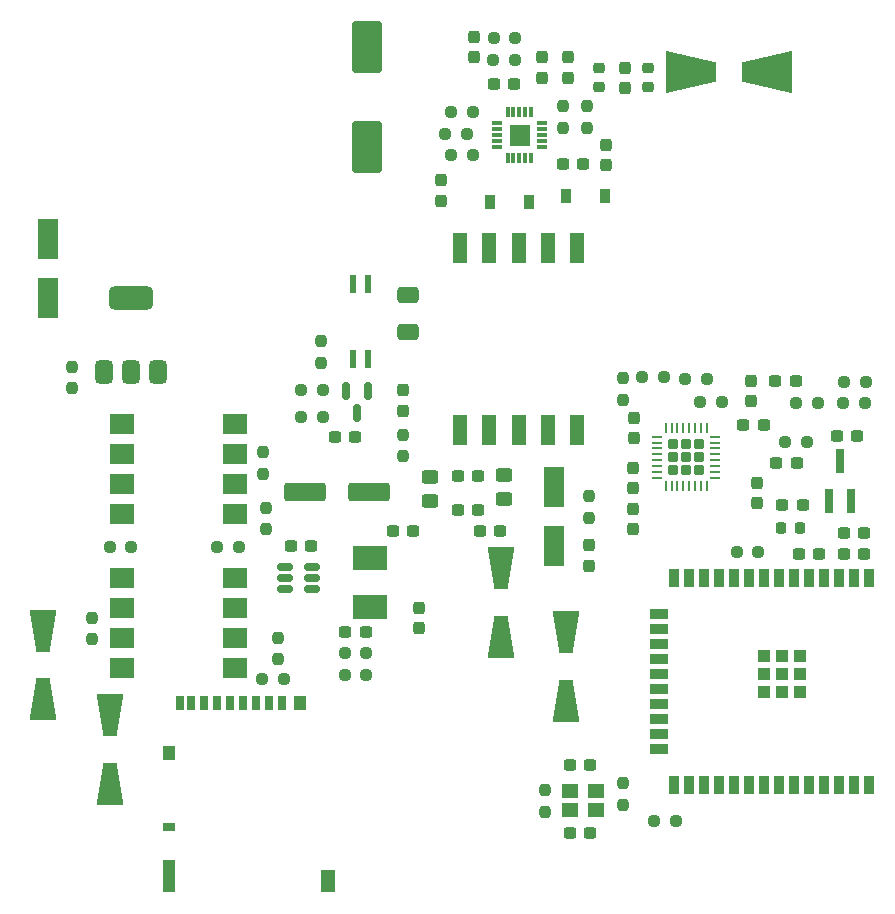
<source format=gbr>
%TF.GenerationSoftware,KiCad,Pcbnew,9.0.2*%
%TF.CreationDate,2025-06-24T15:52:54+02:00*%
%TF.ProjectId,Zamkonator,5a616d6b-6f6e-4617-946f-722e6b696361,rev?*%
%TF.SameCoordinates,Original*%
%TF.FileFunction,Paste,Top*%
%TF.FilePolarity,Positive*%
%FSLAX46Y46*%
G04 Gerber Fmt 4.6, Leading zero omitted, Abs format (unit mm)*
G04 Created by KiCad (PCBNEW 9.0.2) date 2025-06-24 15:52:54*
%MOMM*%
%LPD*%
G01*
G04 APERTURE LIST*
G04 Aperture macros list*
%AMRoundRect*
0 Rectangle with rounded corners*
0 $1 Rounding radius*
0 $2 $3 $4 $5 $6 $7 $8 $9 X,Y pos of 4 corners*
0 Add a 4 corners polygon primitive as box body*
4,1,4,$2,$3,$4,$5,$6,$7,$8,$9,$2,$3,0*
0 Add four circle primitives for the rounded corners*
1,1,$1+$1,$2,$3*
1,1,$1+$1,$4,$5*
1,1,$1+$1,$6,$7*
1,1,$1+$1,$8,$9*
0 Add four rect primitives between the rounded corners*
20,1,$1+$1,$2,$3,$4,$5,0*
20,1,$1+$1,$4,$5,$6,$7,0*
20,1,$1+$1,$6,$7,$8,$9,0*
20,1,$1+$1,$8,$9,$2,$3,0*%
%AMOutline4P*
0 Free polygon, 4 corners , with rotation*
0 The origin of the aperture is its center*
0 number of corners: always 4*
0 $1 to $8 corner X, Y*
0 $9 Rotation angle, in degrees counterclockwise*
0 create outline with 4 corners*
4,1,4,$1,$2,$3,$4,$5,$6,$7,$8,$1,$2,$9*%
G04 Aperture macros list end*
%ADD10C,0.010000*%
%ADD11Outline4P,-1.800000X-1.150000X1.800000X-0.550000X1.800000X0.550000X-1.800000X1.150000X270.000000*%
%ADD12Outline4P,-1.800000X-1.150000X1.800000X-0.550000X1.800000X0.550000X-1.800000X1.150000X90.000000*%
%ADD13RoundRect,0.237500X-0.250000X-0.237500X0.250000X-0.237500X0.250000X0.237500X-0.250000X0.237500X0*%
%ADD14RoundRect,0.237500X0.250000X0.237500X-0.250000X0.237500X-0.250000X-0.237500X0.250000X-0.237500X0*%
%ADD15RoundRect,0.237500X-0.300000X-0.237500X0.300000X-0.237500X0.300000X0.237500X-0.300000X0.237500X0*%
%ADD16RoundRect,0.218750X0.256250X-0.218750X0.256250X0.218750X-0.256250X0.218750X-0.256250X-0.218750X0*%
%ADD17RoundRect,0.237500X-0.237500X0.300000X-0.237500X-0.300000X0.237500X-0.300000X0.237500X0.300000X0*%
%ADD18R,1.800000X3.500000*%
%ADD19RoundRect,0.237500X0.300000X0.237500X-0.300000X0.237500X-0.300000X-0.237500X0.300000X-0.237500X0*%
%ADD20RoundRect,0.250000X1.000000X-1.950000X1.000000X1.950000X-1.000000X1.950000X-1.000000X-1.950000X0*%
%ADD21RoundRect,0.237500X0.237500X-0.250000X0.237500X0.250000X-0.237500X0.250000X-0.237500X-0.250000X0*%
%ADD22RoundRect,0.218750X0.218750X0.256250X-0.218750X0.256250X-0.218750X-0.256250X0.218750X-0.256250X0*%
%ADD23RoundRect,0.250000X-0.450000X0.325000X-0.450000X-0.325000X0.450000X-0.325000X0.450000X0.325000X0*%
%ADD24RoundRect,0.237500X-0.237500X0.250000X-0.237500X-0.250000X0.237500X-0.250000X0.237500X0.250000X0*%
%ADD25R,0.650000X2.000000*%
%ADD26R,0.900000X1.200000*%
%ADD27RoundRect,0.375000X0.375000X-0.625000X0.375000X0.625000X-0.375000X0.625000X-0.375000X-0.625000X0*%
%ADD28RoundRect,0.500000X1.400000X-0.500000X1.400000X0.500000X-1.400000X0.500000X-1.400000X-0.500000X0*%
%ADD29Outline4P,-2.150000X-1.800000X2.150000X-0.800000X2.150000X0.800000X-2.150000X1.800000X180.000000*%
%ADD30Outline4P,-2.150000X-1.800000X2.150000X-0.800000X2.150000X0.800000X-2.150000X1.800000X0.000000*%
%ADD31R,1.400000X1.150000*%
%ADD32RoundRect,0.222500X-0.222500X0.222500X-0.222500X-0.222500X0.222500X-0.222500X0.222500X0.222500X0*%
%ADD33RoundRect,0.062500X-0.062500X0.375000X-0.062500X-0.375000X0.062500X-0.375000X0.062500X0.375000X0*%
%ADD34RoundRect,0.062500X-0.375000X0.062500X-0.375000X-0.062500X0.375000X-0.062500X0.375000X0.062500X0*%
%ADD35R,2.000000X1.780000*%
%ADD36R,0.700000X1.200000*%
%ADD37R,1.000000X0.800000*%
%ADD38R,1.000000X1.200000*%
%ADD39R,1.000000X2.800000*%
%ADD40R,1.300000X1.900000*%
%ADD41RoundRect,0.237500X0.237500X-0.300000X0.237500X0.300000X-0.237500X0.300000X-0.237500X-0.300000X0*%
%ADD42RoundRect,0.007800X-0.122200X0.412200X-0.122200X-0.412200X0.122200X-0.412200X0.122200X0.412200X0*%
%ADD43RoundRect,0.007800X-0.412200X-0.122200X0.412200X-0.122200X0.412200X0.122200X-0.412200X0.122200X0*%
%ADD44RoundRect,0.250000X-1.500000X-0.550000X1.500000X-0.550000X1.500000X0.550000X-1.500000X0.550000X0*%
%ADD45RoundRect,0.250000X-0.650000X0.412500X-0.650000X-0.412500X0.650000X-0.412500X0.650000X0.412500X0*%
%ADD46R,0.600000X1.500000*%
%ADD47R,0.900000X1.500000*%
%ADD48R,1.500000X0.900000*%
%ADD49R,1.050000X1.050000*%
%ADD50RoundRect,0.150000X-0.512500X-0.150000X0.512500X-0.150000X0.512500X0.150000X-0.512500X0.150000X0*%
%ADD51R,1.270000X2.540000*%
%ADD52RoundRect,0.150000X-0.150000X0.587500X-0.150000X-0.587500X0.150000X-0.587500X0.150000X0.587500X0*%
%ADD53R,2.844800X2.057400*%
G04 APERTURE END LIST*
D10*
%TO.C,U2*%
X44690000Y-11526165D02*
X43050000Y-11526165D01*
X43050000Y-9886165D01*
X44690000Y-9886165D01*
X44690000Y-11526165D01*
G36*
X44690000Y-11526165D02*
G01*
X43050000Y-11526165D01*
X43050000Y-9886165D01*
X44690000Y-9886165D01*
X44690000Y-11526165D01*
G37*
%TD*%
D11*
%TO.C,D7*%
X47800000Y-52800000D03*
D12*
X47800000Y-58600000D03*
%TD*%
D13*
%TO.C,R12*%
X37587500Y-10650000D03*
X39412500Y-10650000D03*
%TD*%
D12*
%TO.C,D6*%
X42300000Y-53200000D03*
D11*
X42300000Y-47400000D03*
%TD*%
D14*
%TO.C,R15*%
X43512500Y-2500000D03*
X41687500Y-2500000D03*
%TD*%
D15*
%TO.C,C32*%
X71337500Y-44400000D03*
X73062500Y-44400000D03*
%TD*%
D16*
%TO.C,L3*%
X54800000Y-6655000D03*
X54800000Y-5080000D03*
%TD*%
D13*
%TO.C,R23*%
X29087500Y-56400000D03*
X30912500Y-56400000D03*
%TD*%
%TO.C,R13*%
X41657500Y-4356165D03*
X43482500Y-4356165D03*
%TD*%
D12*
%TO.C,D8*%
X3500000Y-58500000D03*
D11*
X3500000Y-52700000D03*
%TD*%
D15*
%TO.C,C9*%
X62837500Y-35300000D03*
X64562500Y-35300000D03*
%TD*%
D17*
%TO.C,C8*%
X64000000Y-40137500D03*
X64000000Y-41862500D03*
%TD*%
D15*
%TO.C,C17*%
X47537500Y-13200000D03*
X49262500Y-13200000D03*
%TD*%
D17*
%TO.C,C21*%
X34000000Y-32337500D03*
X34000000Y-34062500D03*
%TD*%
D14*
%TO.C,R28*%
X20112500Y-45600000D03*
X18287500Y-45600000D03*
%TD*%
D18*
%TO.C,D5*%
X46800000Y-45550000D03*
X46800000Y-40550000D03*
%TD*%
D17*
%TO.C,C6*%
X53600000Y-34637500D03*
X53600000Y-36362500D03*
%TD*%
%TO.C,C24*%
X49800000Y-45437500D03*
X49800000Y-47162500D03*
%TD*%
%TO.C,C15*%
X40000000Y-2387500D03*
X40000000Y-4112500D03*
%TD*%
%TO.C,C18*%
X51200000Y-11537500D03*
X51200000Y-13262500D03*
%TD*%
D19*
%TO.C,C30*%
X30862500Y-52800000D03*
X29137500Y-52800000D03*
%TD*%
D15*
%TO.C,C4*%
X65637500Y-38500000D03*
X67362500Y-38500000D03*
%TD*%
D20*
%TO.C,C14*%
X31000000Y-11700000D03*
X31000000Y-3300000D03*
%TD*%
D21*
%TO.C,R17*%
X27100000Y-30012500D03*
X27100000Y-28187500D03*
%TD*%
D15*
%TO.C,C29*%
X24537500Y-45500000D03*
X26262500Y-45500000D03*
%TD*%
D22*
%TO.C,L1*%
X67587500Y-44000000D03*
X66012500Y-44000000D03*
%TD*%
D14*
%TO.C,R21*%
X27212500Y-34600000D03*
X25387500Y-34600000D03*
%TD*%
D23*
%TO.C,L4*%
X42600000Y-39475000D03*
X42600000Y-41525000D03*
%TD*%
D24*
%TO.C,R16*%
X49600000Y-8287500D03*
X49600000Y-10112500D03*
%TD*%
D15*
%TO.C,C7*%
X66137500Y-42000000D03*
X67862500Y-42000000D03*
%TD*%
%TO.C,C33*%
X71337500Y-46200000D03*
X73062500Y-46200000D03*
%TD*%
D25*
%TO.C,D1*%
X70050000Y-41710000D03*
X71950000Y-41710000D03*
X71000000Y-38290000D03*
%TD*%
D14*
%TO.C,R9*%
X64112500Y-46000000D03*
X62287500Y-46000000D03*
%TD*%
D15*
%TO.C,C16*%
X41707500Y-6356165D03*
X43432500Y-6356165D03*
%TD*%
D24*
%TO.C,R19*%
X49800000Y-41300000D03*
X49800000Y-43125000D03*
%TD*%
D15*
%TO.C,C2*%
X70737500Y-36200000D03*
X72462500Y-36200000D03*
%TD*%
D13*
%TO.C,R11*%
X38075000Y-8800000D03*
X39900000Y-8800000D03*
%TD*%
%TO.C,R4*%
X54287500Y-31200000D03*
X56112500Y-31200000D03*
%TD*%
D26*
%TO.C,D4*%
X44650000Y-16400000D03*
X41350000Y-16400000D03*
%TD*%
D27*
%TO.C,Q1*%
X8700000Y-30800000D03*
X11000000Y-30800000D03*
D28*
X11000000Y-24500000D03*
D27*
X13300000Y-30800000D03*
%TD*%
D21*
%TO.C,R26*%
X22400000Y-44112500D03*
X22400000Y-42287500D03*
%TD*%
D13*
%TO.C,R5*%
X57887500Y-31400000D03*
X59712500Y-31400000D03*
%TD*%
D24*
%TO.C,R25*%
X52662500Y-65587500D03*
X52662500Y-67412500D03*
%TD*%
D19*
%TO.C,C28*%
X34862500Y-44250000D03*
X33137500Y-44250000D03*
%TD*%
D29*
%TO.C,D2*%
X64800000Y-5400000D03*
D30*
X58400000Y-5400000D03*
%TD*%
D14*
%TO.C,R22*%
X30912500Y-54600000D03*
X29087500Y-54600000D03*
%TD*%
D13*
%TO.C,R10*%
X38075000Y-12400000D03*
X39900000Y-12400000D03*
%TD*%
%TO.C,R6*%
X59187500Y-33300000D03*
X61012500Y-33300000D03*
%TD*%
D21*
%TO.C,R29*%
X7700000Y-53412500D03*
X7700000Y-51587500D03*
%TD*%
D31*
%TO.C,X1*%
X48150000Y-67850000D03*
X50350000Y-67850000D03*
X50350000Y-66250000D03*
X48150000Y-66250000D03*
%TD*%
D32*
%TO.C,U1*%
X59100000Y-36900000D03*
X58000000Y-36900000D03*
X56900000Y-36900000D03*
X59100000Y-38000000D03*
X58000000Y-38000000D03*
X56900000Y-38000000D03*
X59100000Y-39100000D03*
X58000000Y-39100000D03*
X56900000Y-39100000D03*
D33*
X59750000Y-35562500D03*
X59250000Y-35562500D03*
X58750000Y-35562500D03*
X58250000Y-35562500D03*
X57750000Y-35562500D03*
X57250000Y-35562500D03*
X56750000Y-35562500D03*
X56250000Y-35562500D03*
D34*
X55562500Y-36250000D03*
X55562500Y-36750000D03*
X55562500Y-37250000D03*
X55562500Y-37750000D03*
X55562500Y-38250000D03*
X55562500Y-38750000D03*
X55562500Y-39250000D03*
X55562500Y-39750000D03*
D33*
X56250000Y-40437500D03*
X56750000Y-40437500D03*
X57250000Y-40437500D03*
X57750000Y-40437500D03*
X58250000Y-40437500D03*
X58750000Y-40437500D03*
X59250000Y-40437500D03*
X59750000Y-40437500D03*
D34*
X60437500Y-39750000D03*
X60437500Y-39250000D03*
X60437500Y-38750000D03*
X60437500Y-38250000D03*
X60437500Y-37750000D03*
X60437500Y-37250000D03*
X60437500Y-36750000D03*
X60437500Y-36250000D03*
%TD*%
D24*
%TO.C,R24*%
X46062500Y-66187500D03*
X46062500Y-68012500D03*
%TD*%
D26*
%TO.C,D3*%
X51150000Y-15900000D03*
X47850000Y-15900000D03*
%TD*%
D35*
%TO.C,U7*%
X19765000Y-42810000D03*
X19765000Y-40270000D03*
X19765000Y-37730000D03*
X19765000Y-35190000D03*
X10235000Y-35190000D03*
X10235000Y-37730000D03*
X10235000Y-40270000D03*
X10235000Y-42810000D03*
%TD*%
D21*
%TO.C,R32*%
X6000000Y-32162500D03*
X6000000Y-30337500D03*
%TD*%
D17*
%TO.C,C19*%
X37200000Y-14537500D03*
X37200000Y-16262500D03*
%TD*%
D36*
%TO.C,J2*%
X23775000Y-58775000D03*
X22675000Y-58775000D03*
X21575000Y-58775000D03*
X20475000Y-58775000D03*
X19375000Y-58775000D03*
X18275000Y-58775000D03*
X17175000Y-58775000D03*
X16075000Y-58775000D03*
X15125000Y-58775000D03*
D37*
X14175000Y-69275000D03*
D38*
X14175000Y-63075000D03*
D39*
X14175000Y-73425000D03*
D38*
X25325000Y-58775000D03*
D40*
X27675000Y-73875000D03*
%TD*%
D13*
%TO.C,R2*%
X71387500Y-31600000D03*
X73212500Y-31600000D03*
%TD*%
D41*
%TO.C,C31*%
X35400000Y-52462500D03*
X35400000Y-50737500D03*
%TD*%
D13*
%TO.C,R20*%
X25387500Y-32300000D03*
X27212500Y-32300000D03*
%TD*%
%TO.C,R8*%
X66387500Y-36700000D03*
X68212500Y-36700000D03*
%TD*%
D21*
%TO.C,R27*%
X22200000Y-39412500D03*
X22200000Y-37587500D03*
%TD*%
D15*
%TO.C,C35*%
X48137500Y-69800000D03*
X49862500Y-69800000D03*
%TD*%
D14*
%TO.C,R7*%
X69112500Y-33400000D03*
X67287500Y-33400000D03*
%TD*%
D42*
%TO.C,U2*%
X44870000Y-8771165D03*
X44370000Y-8771165D03*
X43870000Y-8771165D03*
X43370000Y-8771165D03*
X42870000Y-8771165D03*
D43*
X41935000Y-9706165D03*
X41935000Y-10206165D03*
X41935000Y-10706165D03*
X41935000Y-11206165D03*
X41935000Y-11706165D03*
D42*
X42870000Y-12641165D03*
X43370000Y-12641165D03*
X43870000Y-12641165D03*
X44370000Y-12641165D03*
X44870000Y-12641165D03*
D43*
X45805000Y-11706165D03*
X45805000Y-11206165D03*
X45805000Y-10706165D03*
X45805000Y-10206165D03*
X45805000Y-9706165D03*
%TD*%
D15*
%TO.C,C22*%
X28237500Y-36300000D03*
X29962500Y-36300000D03*
%TD*%
D24*
%TO.C,R14*%
X47600000Y-8287500D03*
X47600000Y-10112500D03*
%TD*%
D11*
%TO.C,D9*%
X9250000Y-59850000D03*
D12*
X9250000Y-65650000D03*
%TD*%
D19*
%TO.C,C23*%
X42262500Y-44200000D03*
X40537500Y-44200000D03*
%TD*%
D14*
%TO.C,R31*%
X11012500Y-45600000D03*
X9187500Y-45600000D03*
%TD*%
D41*
%TO.C,C13*%
X45800000Y-5862500D03*
X45800000Y-4137500D03*
%TD*%
D17*
%TO.C,C10*%
X53500000Y-42337500D03*
X53500000Y-44062500D03*
%TD*%
D23*
%TO.C,L5*%
X36300000Y-39675000D03*
X36300000Y-41725000D03*
%TD*%
D19*
%TO.C,C34*%
X69262500Y-46200000D03*
X67537500Y-46200000D03*
%TD*%
D41*
%TO.C,C5*%
X63500000Y-33262500D03*
X63500000Y-31537500D03*
%TD*%
D35*
%TO.C,U8*%
X10235000Y-48190000D03*
X10235000Y-50730000D03*
X10235000Y-53270000D03*
X10235000Y-55810000D03*
X19765000Y-55810000D03*
X19765000Y-53270000D03*
X19765000Y-50730000D03*
X19765000Y-48190000D03*
%TD*%
D18*
%TO.C,D10*%
X4000000Y-24500000D03*
X4000000Y-19500000D03*
%TD*%
D44*
%TO.C,C27*%
X25700000Y-40900000D03*
X31100000Y-40900000D03*
%TD*%
D16*
%TO.C,L2*%
X50600000Y-6655000D03*
X50600000Y-5080000D03*
%TD*%
D21*
%TO.C,R30*%
X23400000Y-55112500D03*
X23400000Y-53287500D03*
%TD*%
D24*
%TO.C,R3*%
X52600000Y-31287500D03*
X52600000Y-33112500D03*
%TD*%
D45*
%TO.C,C20*%
X34400000Y-24237500D03*
X34400000Y-27362500D03*
%TD*%
D21*
%TO.C,R18*%
X34000000Y-37912500D03*
X34000000Y-36087500D03*
%TD*%
D46*
%TO.C,U3*%
X29765000Y-29712500D03*
X31035000Y-29712500D03*
X31035000Y-23362500D03*
X29765000Y-23362500D03*
%TD*%
D15*
%TO.C,C3*%
X65537500Y-31500000D03*
X67262500Y-31500000D03*
%TD*%
D13*
%TO.C,R33*%
X55287500Y-68800000D03*
X57112500Y-68800000D03*
%TD*%
D14*
%TO.C,R1*%
X73112500Y-33400000D03*
X71287500Y-33400000D03*
%TD*%
D19*
%TO.C,C25*%
X40362500Y-42500000D03*
X38637500Y-42500000D03*
%TD*%
%TO.C,C26*%
X40362500Y-39600000D03*
X38637500Y-39600000D03*
%TD*%
D47*
%TO.C,U6*%
X73450000Y-48250000D03*
X72180000Y-48250000D03*
X70910000Y-48250000D03*
X69640000Y-48250000D03*
X68370000Y-48250000D03*
X67100000Y-48250000D03*
X65830000Y-48250000D03*
X64560000Y-48250000D03*
X63290000Y-48250000D03*
X62020000Y-48250000D03*
X60750000Y-48250000D03*
X59480000Y-48250000D03*
X58210000Y-48250000D03*
X56940000Y-48250000D03*
D48*
X55690000Y-51290000D03*
X55690000Y-52560000D03*
X55690000Y-53830000D03*
X55690000Y-55100000D03*
X55690000Y-56370000D03*
X55690000Y-57640000D03*
X55690000Y-58910000D03*
X55690000Y-60180000D03*
X55690000Y-61450000D03*
X55690000Y-62720000D03*
D47*
X56940000Y-65750000D03*
X58210000Y-65750000D03*
X59480000Y-65750000D03*
X60750000Y-65750000D03*
X62020000Y-65750000D03*
X63290000Y-65750000D03*
X64560000Y-65750000D03*
X65830000Y-65750000D03*
X67100000Y-65750000D03*
X68370000Y-65750000D03*
X69640000Y-65750000D03*
X70910000Y-65750000D03*
X72180000Y-65750000D03*
X73450000Y-65750000D03*
D49*
X67635000Y-54795000D03*
X66110000Y-54795000D03*
X64585000Y-54795000D03*
X67635000Y-56320000D03*
X66110000Y-56320000D03*
X64585000Y-56320000D03*
X67635000Y-57845000D03*
X66110000Y-57845000D03*
X64585000Y-57845000D03*
%TD*%
D50*
%TO.C,U5*%
X24062500Y-47250000D03*
X24062500Y-48200000D03*
X24062500Y-49150000D03*
X26337500Y-49150000D03*
X26337500Y-48200000D03*
X26337500Y-47250000D03*
%TD*%
D17*
%TO.C,C1*%
X53500000Y-38887500D03*
X53500000Y-40612500D03*
%TD*%
D41*
%TO.C,C12*%
X48010000Y-5862500D03*
X48010000Y-4137500D03*
%TD*%
D51*
%TO.C,T1*%
X38820000Y-20315000D03*
X41310000Y-20315000D03*
X43800000Y-20315000D03*
X46290000Y-20315000D03*
X48780000Y-20315000D03*
X48780000Y-35685000D03*
X46290000Y-35685000D03*
X43800000Y-35685000D03*
X41310000Y-35685000D03*
X38820000Y-35685000D03*
%TD*%
D52*
%TO.C,U4*%
X31050000Y-32362500D03*
X29150000Y-32362500D03*
X30100000Y-34237500D03*
%TD*%
D41*
%TO.C,C11*%
X52800000Y-6730000D03*
X52800000Y-5005000D03*
%TD*%
D13*
%TO.C,R36*%
X22087500Y-56800000D03*
X23912500Y-56800000D03*
%TD*%
D15*
%TO.C,C36*%
X48137500Y-64050000D03*
X49862500Y-64050000D03*
%TD*%
D53*
%TO.C,L6*%
X31200000Y-50670100D03*
X31200000Y-46529900D03*
%TD*%
M02*

</source>
